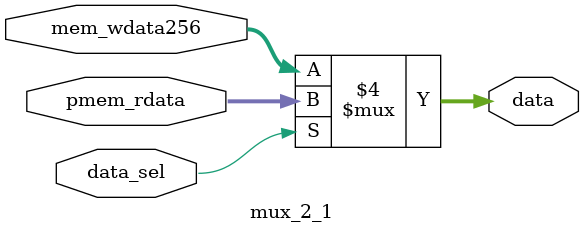
<source format=sv>
module mux_2_1(
    input logic data_sel,
    input logic [255:0] mem_wdata256,
    input logic [255:0] pmem_rdata,
    output logic [255:0] data
);

always_comb begin
    if(data_sel == 1)
        data = pmem_rdata;
    else    
        data = mem_wdata256;
end

endmodule : mux_2_1
</source>
